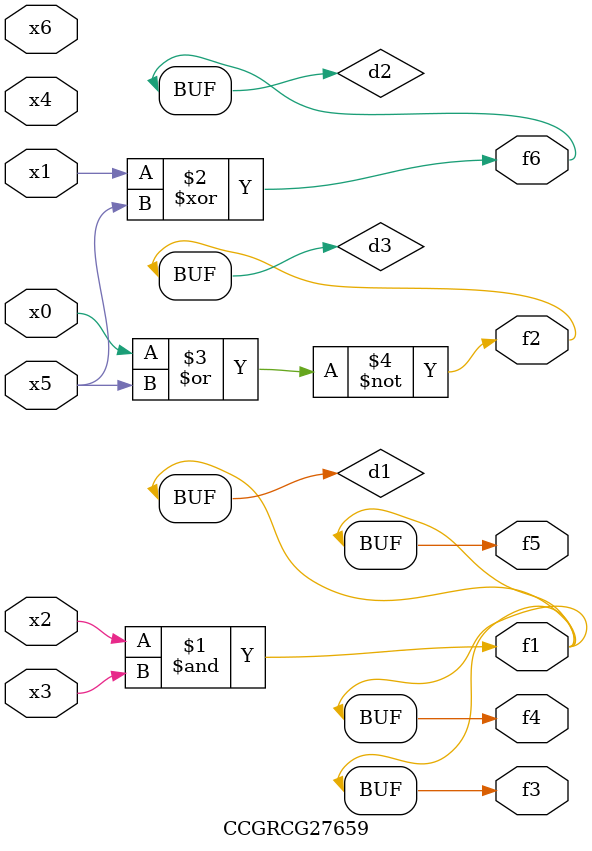
<source format=v>
module CCGRCG27659(
	input x0, x1, x2, x3, x4, x5, x6,
	output f1, f2, f3, f4, f5, f6
);

	wire d1, d2, d3;

	and (d1, x2, x3);
	xor (d2, x1, x5);
	nor (d3, x0, x5);
	assign f1 = d1;
	assign f2 = d3;
	assign f3 = d1;
	assign f4 = d1;
	assign f5 = d1;
	assign f6 = d2;
endmodule

</source>
